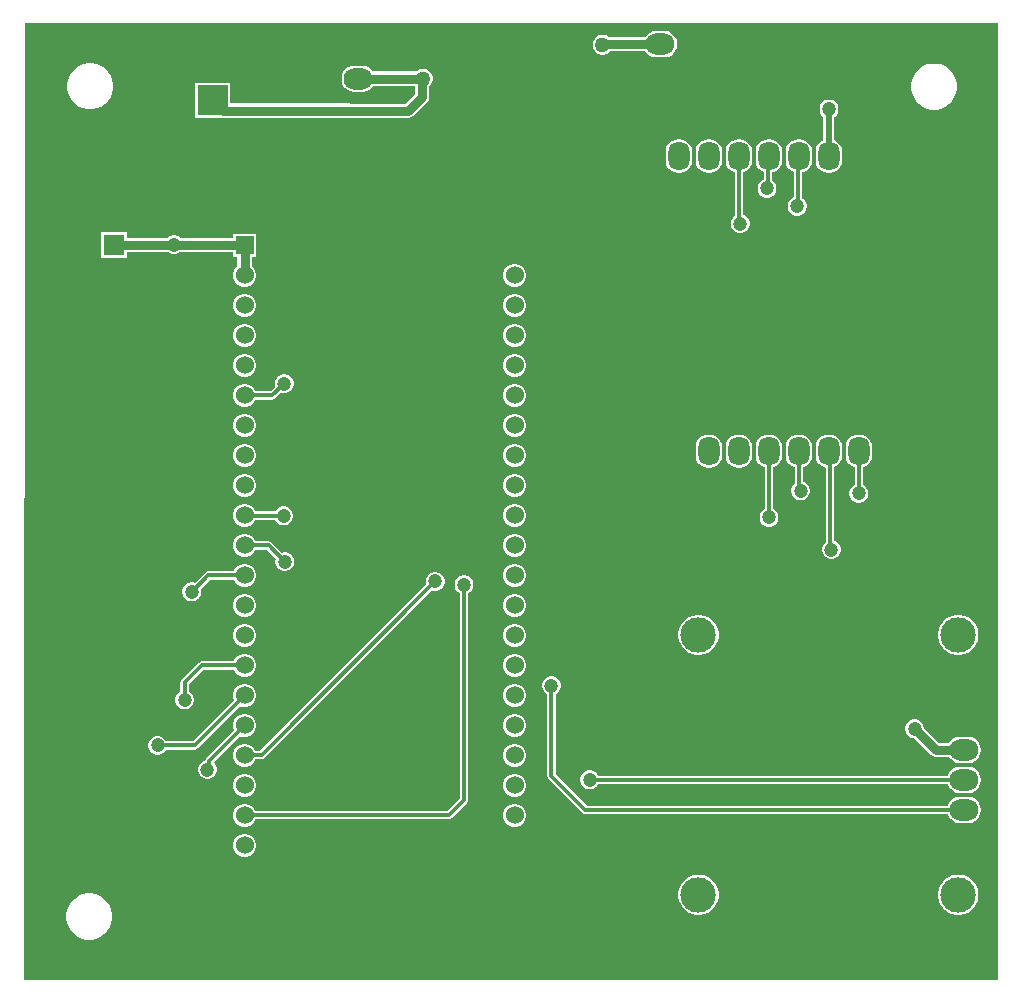
<source format=gbl>
G04*
G04 #@! TF.GenerationSoftware,Altium Limited,Altium Designer,22.3.1 (43)*
G04*
G04 Layer_Physical_Order=2*
G04 Layer_Color=16711680*
%FSLAX43Y43*%
%MOMM*%
G71*
G04*
G04 #@! TF.SameCoordinates,734E60B2-F3FE-465F-A17A-86E0D649303B*
G04*
G04*
G04 #@! TF.FilePolarity,Positive*
G04*
G01*
G75*
%ADD12C,0.800*%
%ADD13C,0.500*%
%ADD14C,0.300*%
G04:AMPARAMS|DCode=15|XSize=1.8mm|YSize=2mm|CornerRadius=0.45mm|HoleSize=0mm|Usage=FLASHONLY|Rotation=180.000|XOffset=0mm|YOffset=0mm|HoleType=Round|Shape=RoundedRectangle|*
%AMROUNDEDRECTD15*
21,1,1.800,1.100,0,0,180.0*
21,1,0.900,2.000,0,0,180.0*
1,1,0.900,-0.450,0.550*
1,1,0.900,0.450,0.550*
1,1,0.900,0.450,-0.550*
1,1,0.900,-0.450,-0.550*
%
%ADD15ROUNDEDRECTD15*%
%ADD16R,1.800X1.800*%
%ADD17C,3.000*%
G04:AMPARAMS|DCode=18|XSize=1.8mm|YSize=2.4mm|CornerRadius=0.81mm|HoleSize=0mm|Usage=FLASHONLY|Rotation=270.000|XOffset=0mm|YOffset=0mm|HoleType=Round|Shape=RoundedRectangle|*
%AMROUNDEDRECTD18*
21,1,1.800,0.780,0,0,270.0*
21,1,0.180,2.400,0,0,270.0*
1,1,1.620,-0.390,-0.090*
1,1,1.620,-0.390,0.090*
1,1,1.620,0.390,0.090*
1,1,1.620,0.390,-0.090*
%
%ADD18ROUNDEDRECTD18*%
%ADD19R,2.000X2.000*%
%ADD20R,2.600X2.600*%
%ADD21O,2.800X2.600*%
%ADD22C,1.530*%
%ADD23R,1.530X1.530*%
G04:AMPARAMS|DCode=24|XSize=1.8mm|YSize=2.4mm|CornerRadius=0.81mm|HoleSize=0mm|Usage=FLASHONLY|Rotation=180.000|XOffset=0mm|YOffset=0mm|HoleType=Round|Shape=RoundedRectangle|*
%AMROUNDEDRECTD24*
21,1,1.800,0.780,0,0,180.0*
21,1,0.180,2.400,0,0,180.0*
1,1,1.620,-0.090,0.390*
1,1,1.620,0.090,0.390*
1,1,1.620,0.090,-0.390*
1,1,1.620,-0.090,-0.390*
%
%ADD24ROUNDEDRECTD24*%
%ADD25R,2.000X2.000*%
%ADD26C,1.270*%
%ADD27C,1.200*%
G36*
X82425Y85D02*
X82400Y75D01*
X115D01*
X25Y165D01*
X50Y81065D01*
X75Y81075D01*
X82425D01*
Y85D01*
D02*
G37*
%LPC*%
G36*
X54265Y80424D02*
X53485D01*
X53221Y80389D01*
X52976Y80287D01*
X52765Y80125D01*
X52612Y79927D01*
X49504D01*
X49488Y79943D01*
X49297Y80053D01*
X49085Y80110D01*
X48865D01*
X48653Y80053D01*
X48462Y79943D01*
X48307Y79788D01*
X48197Y79597D01*
X48140Y79385D01*
Y79165D01*
X48197Y78953D01*
X48307Y78762D01*
X48462Y78607D01*
X48653Y78497D01*
X48865Y78440D01*
X49085D01*
X49297Y78497D01*
X49488Y78607D01*
X49584Y78703D01*
X52612D01*
X52765Y78505D01*
X52976Y78343D01*
X53221Y78241D01*
X53485Y78206D01*
X54265D01*
X54529Y78241D01*
X54774Y78343D01*
X54985Y78505D01*
X55147Y78716D01*
X55249Y78961D01*
X55284Y79225D01*
Y79405D01*
X55249Y79669D01*
X55147Y79914D01*
X54985Y80125D01*
X54774Y80287D01*
X54529Y80389D01*
X54265Y80424D01*
D02*
G37*
G36*
X28690Y77509D02*
X27910D01*
X27646Y77474D01*
X27401Y77372D01*
X27190Y77210D01*
X27028Y76999D01*
X26926Y76754D01*
X26891Y76490D01*
Y76310D01*
X26926Y76046D01*
X27028Y75801D01*
X27190Y75590D01*
X27401Y75428D01*
X27646Y75326D01*
X27910Y75291D01*
X28690D01*
X28954Y75326D01*
X29199Y75428D01*
X29410Y75590D01*
X29563Y75788D01*
X33098D01*
Y75113D01*
X32272Y74287D01*
X27651D01*
X27600Y74297D01*
X17475D01*
Y76050D01*
X14475D01*
Y73050D01*
X17475D01*
Y73073D01*
X27559D01*
X27610Y73063D01*
X32525D01*
X32759Y73110D01*
X32958Y73242D01*
X34143Y74427D01*
X34275Y74626D01*
X34322Y74860D01*
Y75741D01*
X34468Y75887D01*
X34578Y76078D01*
X34635Y76290D01*
Y76510D01*
X34578Y76722D01*
X34468Y76913D01*
X34313Y77068D01*
X34122Y77178D01*
X33910Y77235D01*
X33690D01*
X33478Y77178D01*
X33287Y77068D01*
X33231Y77012D01*
X29563D01*
X29410Y77210D01*
X29199Y77372D01*
X28954Y77474D01*
X28690Y77509D01*
D02*
G37*
G36*
X5792Y77700D02*
X5408D01*
X5031Y77625D01*
X4676Y77478D01*
X4357Y77265D01*
X4085Y76993D01*
X3872Y76674D01*
X3725Y76319D01*
X3650Y75942D01*
Y75558D01*
X3725Y75181D01*
X3872Y74826D01*
X4085Y74507D01*
X4357Y74235D01*
X4676Y74022D01*
X5031Y73875D01*
X5408Y73800D01*
X5792D01*
X6169Y73875D01*
X6524Y74022D01*
X6843Y74235D01*
X7115Y74507D01*
X7328Y74826D01*
X7475Y75181D01*
X7550Y75558D01*
Y75942D01*
X7475Y76319D01*
X7328Y76674D01*
X7115Y76993D01*
X6843Y77265D01*
X6524Y77478D01*
X6169Y77625D01*
X5792Y77700D01*
D02*
G37*
G36*
X77242Y77675D02*
X76858D01*
X76481Y77600D01*
X76126Y77453D01*
X75807Y77240D01*
X75535Y76968D01*
X75322Y76649D01*
X75175Y76294D01*
X75100Y75917D01*
Y75533D01*
X75175Y75156D01*
X75322Y74801D01*
X75535Y74482D01*
X75807Y74210D01*
X76126Y73997D01*
X76481Y73850D01*
X76858Y73775D01*
X77242D01*
X77619Y73850D01*
X77974Y73997D01*
X78293Y74210D01*
X78565Y74482D01*
X78778Y74801D01*
X78925Y75156D01*
X79000Y75533D01*
Y75917D01*
X78925Y76294D01*
X78778Y76649D01*
X78565Y76968D01*
X78293Y77240D01*
X77974Y77453D01*
X77619Y77600D01*
X77242Y77675D01*
D02*
G37*
G36*
X68255Y74625D02*
X68045D01*
X67841Y74570D01*
X67659Y74465D01*
X67510Y74316D01*
X67405Y74134D01*
X67350Y73930D01*
Y73720D01*
X67405Y73516D01*
X67510Y73334D01*
X67659Y73185D01*
X67686Y73169D01*
Y71183D01*
X67541Y71122D01*
X67330Y70960D01*
X67168Y70749D01*
X67066Y70504D01*
X67031Y70240D01*
Y69460D01*
X67066Y69196D01*
X67168Y68951D01*
X67330Y68740D01*
X67541Y68578D01*
X67786Y68476D01*
X68050Y68441D01*
X68230D01*
X68494Y68476D01*
X68739Y68578D01*
X68950Y68740D01*
X69112Y68951D01*
X69214Y69196D01*
X69249Y69460D01*
Y70240D01*
X69214Y70504D01*
X69112Y70749D01*
X68950Y70960D01*
X68739Y71122D01*
X68604Y71178D01*
Y73163D01*
X68641Y73185D01*
X68790Y73334D01*
X68895Y73516D01*
X68950Y73720D01*
Y73930D01*
X68895Y74134D01*
X68790Y74316D01*
X68641Y74465D01*
X68459Y74570D01*
X68255Y74625D01*
D02*
G37*
G36*
X58070Y71259D02*
X57890D01*
X57626Y71224D01*
X57381Y71122D01*
X57170Y70960D01*
X57008Y70749D01*
X56906Y70504D01*
X56871Y70240D01*
Y69460D01*
X56906Y69196D01*
X57008Y68951D01*
X57170Y68740D01*
X57381Y68578D01*
X57626Y68476D01*
X57890Y68441D01*
X58070D01*
X58334Y68476D01*
X58579Y68578D01*
X58790Y68740D01*
X58952Y68951D01*
X59054Y69196D01*
X59089Y69460D01*
Y70240D01*
X59054Y70504D01*
X58952Y70749D01*
X58790Y70960D01*
X58579Y71122D01*
X58334Y71224D01*
X58070Y71259D01*
D02*
G37*
G36*
X55530D02*
X55350D01*
X55086Y71224D01*
X54841Y71122D01*
X54630Y70960D01*
X54468Y70749D01*
X54366Y70504D01*
X54331Y70240D01*
Y69460D01*
X54366Y69196D01*
X54468Y68951D01*
X54630Y68740D01*
X54841Y68578D01*
X55086Y68476D01*
X55350Y68441D01*
X55530D01*
X55794Y68476D01*
X56039Y68578D01*
X56250Y68740D01*
X56412Y68951D01*
X56514Y69196D01*
X56549Y69460D01*
Y70240D01*
X56514Y70504D01*
X56412Y70749D01*
X56250Y70960D01*
X56039Y71122D01*
X55794Y71224D01*
X55530Y71259D01*
D02*
G37*
G36*
X63150D02*
X62970D01*
X62706Y71224D01*
X62461Y71122D01*
X62250Y70960D01*
X62088Y70749D01*
X61986Y70504D01*
X61951Y70240D01*
Y69460D01*
X61986Y69196D01*
X62088Y68951D01*
X62250Y68740D01*
X62461Y68578D01*
X62623Y68510D01*
Y67854D01*
X62591Y67845D01*
X62409Y67740D01*
X62260Y67591D01*
X62155Y67409D01*
X62100Y67205D01*
Y66995D01*
X62155Y66791D01*
X62260Y66609D01*
X62409Y66460D01*
X62591Y66355D01*
X62795Y66300D01*
X63005D01*
X63209Y66355D01*
X63391Y66460D01*
X63540Y66609D01*
X63645Y66791D01*
X63700Y66995D01*
Y67205D01*
X63645Y67409D01*
X63540Y67591D01*
X63391Y67740D01*
X63337Y67772D01*
Y68466D01*
X63414Y68476D01*
X63659Y68578D01*
X63870Y68740D01*
X64032Y68951D01*
X64134Y69196D01*
X64169Y69460D01*
Y70240D01*
X64134Y70504D01*
X64032Y70749D01*
X63870Y70960D01*
X63659Y71122D01*
X63414Y71224D01*
X63150Y71259D01*
D02*
G37*
G36*
X65690D02*
X65510D01*
X65246Y71224D01*
X65001Y71122D01*
X64790Y70960D01*
X64628Y70749D01*
X64526Y70504D01*
X64491Y70240D01*
Y69460D01*
X64526Y69196D01*
X64628Y68951D01*
X64790Y68740D01*
X65001Y68578D01*
X65168Y68508D01*
Y66353D01*
X65141Y66345D01*
X64959Y66240D01*
X64810Y66091D01*
X64705Y65909D01*
X64650Y65705D01*
Y65495D01*
X64705Y65291D01*
X64810Y65109D01*
X64959Y64960D01*
X65141Y64855D01*
X65345Y64800D01*
X65555D01*
X65759Y64855D01*
X65941Y64960D01*
X66090Y65109D01*
X66195Y65291D01*
X66250Y65495D01*
Y65705D01*
X66195Y65909D01*
X66090Y66091D01*
X65941Y66240D01*
X65882Y66274D01*
Y68467D01*
X65954Y68476D01*
X66199Y68578D01*
X66410Y68740D01*
X66572Y68951D01*
X66674Y69196D01*
X66709Y69460D01*
Y70240D01*
X66674Y70504D01*
X66572Y70749D01*
X66410Y70960D01*
X66199Y71122D01*
X65954Y71224D01*
X65690Y71259D01*
D02*
G37*
G36*
X60610D02*
X60430D01*
X60166Y71224D01*
X59921Y71122D01*
X59710Y70960D01*
X59548Y70749D01*
X59446Y70504D01*
X59411Y70240D01*
Y69460D01*
X59446Y69196D01*
X59548Y68951D01*
X59710Y68740D01*
X59921Y68578D01*
X60166Y68476D01*
X60191Y68473D01*
Y64798D01*
X60134Y64765D01*
X59985Y64616D01*
X59880Y64434D01*
X59825Y64230D01*
Y64020D01*
X59880Y63816D01*
X59985Y63634D01*
X60134Y63485D01*
X60316Y63380D01*
X60520Y63325D01*
X60730D01*
X60934Y63380D01*
X61116Y63485D01*
X61265Y63634D01*
X61370Y63816D01*
X61425Y64020D01*
Y64230D01*
X61370Y64434D01*
X61265Y64616D01*
X61116Y64765D01*
X60934Y64870D01*
X60904Y64878D01*
Y68489D01*
X61119Y68578D01*
X61330Y68740D01*
X61492Y68951D01*
X61594Y69196D01*
X61629Y69460D01*
Y70240D01*
X61594Y70504D01*
X61492Y70749D01*
X61330Y70960D01*
X61119Y71122D01*
X60874Y71224D01*
X60610Y71259D01*
D02*
G37*
G36*
X41657Y60695D02*
X41403D01*
X41158Y60629D01*
X40937Y60502D01*
X40758Y60323D01*
X40631Y60102D01*
X40565Y59857D01*
Y59603D01*
X40631Y59358D01*
X40758Y59137D01*
X40937Y58958D01*
X41158Y58831D01*
X41403Y58765D01*
X41657D01*
X41902Y58831D01*
X42123Y58958D01*
X42302Y59137D01*
X42429Y59358D01*
X42495Y59603D01*
Y59857D01*
X42429Y60102D01*
X42302Y60323D01*
X42123Y60502D01*
X41902Y60629D01*
X41657Y60695D01*
D02*
G37*
G36*
X8700Y63400D02*
X6500D01*
Y61200D01*
X8700D01*
Y61688D01*
X12246D01*
X12391Y61605D01*
X12595Y61550D01*
X12805D01*
X13009Y61605D01*
X13154Y61688D01*
X17705D01*
Y61305D01*
X18058D01*
Y60483D01*
X17898Y60323D01*
X17771Y60102D01*
X17705Y59857D01*
Y59603D01*
X17771Y59358D01*
X17898Y59137D01*
X18077Y58958D01*
X18298Y58831D01*
X18543Y58765D01*
X18797D01*
X19042Y58831D01*
X19263Y58958D01*
X19442Y59137D01*
X19569Y59358D01*
X19635Y59603D01*
Y59857D01*
X19569Y60102D01*
X19442Y60323D01*
X19282Y60483D01*
Y61305D01*
X19635D01*
Y63235D01*
X17705D01*
Y62912D01*
X13270D01*
X13191Y62990D01*
X13009Y63095D01*
X12805Y63150D01*
X12595D01*
X12391Y63095D01*
X12209Y62990D01*
X12130Y62912D01*
X8700D01*
Y63400D01*
D02*
G37*
G36*
X41657Y58155D02*
X41403D01*
X41158Y58089D01*
X40937Y57962D01*
X40758Y57783D01*
X40631Y57562D01*
X40565Y57317D01*
Y57063D01*
X40631Y56818D01*
X40758Y56597D01*
X40937Y56418D01*
X41158Y56291D01*
X41403Y56225D01*
X41657D01*
X41902Y56291D01*
X42123Y56418D01*
X42302Y56597D01*
X42429Y56818D01*
X42495Y57063D01*
Y57317D01*
X42429Y57562D01*
X42302Y57783D01*
X42123Y57962D01*
X41902Y58089D01*
X41657Y58155D01*
D02*
G37*
G36*
X18797D02*
X18543D01*
X18298Y58089D01*
X18077Y57962D01*
X17898Y57783D01*
X17771Y57562D01*
X17705Y57317D01*
Y57063D01*
X17771Y56818D01*
X17898Y56597D01*
X18077Y56418D01*
X18298Y56291D01*
X18543Y56225D01*
X18797D01*
X19042Y56291D01*
X19263Y56418D01*
X19442Y56597D01*
X19569Y56818D01*
X19635Y57063D01*
Y57317D01*
X19569Y57562D01*
X19442Y57783D01*
X19263Y57962D01*
X19042Y58089D01*
X18797Y58155D01*
D02*
G37*
G36*
X41657Y55615D02*
X41403D01*
X41158Y55549D01*
X40937Y55422D01*
X40758Y55243D01*
X40631Y55022D01*
X40565Y54777D01*
Y54523D01*
X40631Y54278D01*
X40758Y54057D01*
X40937Y53878D01*
X41158Y53751D01*
X41403Y53685D01*
X41657D01*
X41902Y53751D01*
X42123Y53878D01*
X42302Y54057D01*
X42429Y54278D01*
X42495Y54523D01*
Y54777D01*
X42429Y55022D01*
X42302Y55243D01*
X42123Y55422D01*
X41902Y55549D01*
X41657Y55615D01*
D02*
G37*
G36*
X18797D02*
X18543D01*
X18298Y55549D01*
X18077Y55422D01*
X17898Y55243D01*
X17771Y55022D01*
X17705Y54777D01*
Y54523D01*
X17771Y54278D01*
X17898Y54057D01*
X18077Y53878D01*
X18298Y53751D01*
X18543Y53685D01*
X18797D01*
X19042Y53751D01*
X19263Y53878D01*
X19442Y54057D01*
X19569Y54278D01*
X19635Y54523D01*
Y54777D01*
X19569Y55022D01*
X19442Y55243D01*
X19263Y55422D01*
X19042Y55549D01*
X18797Y55615D01*
D02*
G37*
G36*
X41657Y53075D02*
X41403D01*
X41158Y53009D01*
X40937Y52882D01*
X40758Y52703D01*
X40631Y52482D01*
X40565Y52237D01*
Y51983D01*
X40631Y51738D01*
X40758Y51517D01*
X40937Y51338D01*
X41158Y51211D01*
X41403Y51145D01*
X41657D01*
X41902Y51211D01*
X42123Y51338D01*
X42302Y51517D01*
X42429Y51738D01*
X42495Y51983D01*
Y52237D01*
X42429Y52482D01*
X42302Y52703D01*
X42123Y52882D01*
X41902Y53009D01*
X41657Y53075D01*
D02*
G37*
G36*
X18797D02*
X18543D01*
X18298Y53009D01*
X18077Y52882D01*
X17898Y52703D01*
X17771Y52482D01*
X17705Y52237D01*
Y51983D01*
X17771Y51738D01*
X17898Y51517D01*
X18077Y51338D01*
X18298Y51211D01*
X18543Y51145D01*
X18797D01*
X19042Y51211D01*
X19263Y51338D01*
X19442Y51517D01*
X19569Y51738D01*
X19635Y51983D01*
Y52237D01*
X19569Y52482D01*
X19442Y52703D01*
X19263Y52882D01*
X19042Y53009D01*
X18797Y53075D01*
D02*
G37*
G36*
X22130Y51375D02*
X21920D01*
X21716Y51320D01*
X21534Y51215D01*
X21385Y51066D01*
X21280Y50884D01*
X21225Y50680D01*
Y50470D01*
X21265Y50320D01*
X20872Y49927D01*
X19573D01*
X19569Y49942D01*
X19442Y50163D01*
X19263Y50342D01*
X19042Y50469D01*
X18797Y50535D01*
X18543D01*
X18298Y50469D01*
X18077Y50342D01*
X17898Y50163D01*
X17771Y49942D01*
X17705Y49697D01*
Y49443D01*
X17771Y49198D01*
X17898Y48977D01*
X18077Y48798D01*
X18298Y48671D01*
X18543Y48605D01*
X18797D01*
X19042Y48671D01*
X19263Y48798D01*
X19442Y48977D01*
X19569Y49198D01*
X19573Y49213D01*
X21020D01*
X21157Y49240D01*
X21272Y49318D01*
X21770Y49815D01*
X21920Y49775D01*
X22130D01*
X22334Y49830D01*
X22516Y49935D01*
X22665Y50084D01*
X22770Y50266D01*
X22825Y50470D01*
Y50680D01*
X22770Y50884D01*
X22665Y51066D01*
X22516Y51215D01*
X22334Y51320D01*
X22130Y51375D01*
D02*
G37*
G36*
X41657Y50535D02*
X41403D01*
X41158Y50469D01*
X40937Y50342D01*
X40758Y50163D01*
X40631Y49942D01*
X40565Y49697D01*
Y49443D01*
X40631Y49198D01*
X40758Y48977D01*
X40937Y48798D01*
X41158Y48671D01*
X41403Y48605D01*
X41657D01*
X41902Y48671D01*
X42123Y48798D01*
X42302Y48977D01*
X42429Y49198D01*
X42495Y49443D01*
Y49697D01*
X42429Y49942D01*
X42302Y50163D01*
X42123Y50342D01*
X41902Y50469D01*
X41657Y50535D01*
D02*
G37*
G36*
Y47995D02*
X41403D01*
X41158Y47929D01*
X40937Y47802D01*
X40758Y47623D01*
X40631Y47402D01*
X40565Y47157D01*
Y46903D01*
X40631Y46658D01*
X40758Y46437D01*
X40937Y46258D01*
X41158Y46131D01*
X41403Y46065D01*
X41657D01*
X41902Y46131D01*
X42123Y46258D01*
X42302Y46437D01*
X42429Y46658D01*
X42495Y46903D01*
Y47157D01*
X42429Y47402D01*
X42302Y47623D01*
X42123Y47802D01*
X41902Y47929D01*
X41657Y47995D01*
D02*
G37*
G36*
X18797D02*
X18543D01*
X18298Y47929D01*
X18077Y47802D01*
X17898Y47623D01*
X17771Y47402D01*
X17705Y47157D01*
Y46903D01*
X17771Y46658D01*
X17898Y46437D01*
X18077Y46258D01*
X18298Y46131D01*
X18543Y46065D01*
X18797D01*
X19042Y46131D01*
X19263Y46258D01*
X19442Y46437D01*
X19569Y46658D01*
X19635Y46903D01*
Y47157D01*
X19569Y47402D01*
X19442Y47623D01*
X19263Y47802D01*
X19042Y47929D01*
X18797Y47995D01*
D02*
G37*
G36*
X41657Y45455D02*
X41403D01*
X41158Y45389D01*
X40937Y45262D01*
X40758Y45083D01*
X40631Y44862D01*
X40565Y44617D01*
Y44363D01*
X40631Y44118D01*
X40758Y43897D01*
X40937Y43718D01*
X41158Y43591D01*
X41403Y43525D01*
X41657D01*
X41902Y43591D01*
X42123Y43718D01*
X42302Y43897D01*
X42429Y44118D01*
X42495Y44363D01*
Y44617D01*
X42429Y44862D01*
X42302Y45083D01*
X42123Y45262D01*
X41902Y45389D01*
X41657Y45455D01*
D02*
G37*
G36*
X18797D02*
X18543D01*
X18298Y45389D01*
X18077Y45262D01*
X17898Y45083D01*
X17771Y44862D01*
X17705Y44617D01*
Y44363D01*
X17771Y44118D01*
X17898Y43897D01*
X18077Y43718D01*
X18298Y43591D01*
X18543Y43525D01*
X18797D01*
X19042Y43591D01*
X19263Y43718D01*
X19442Y43897D01*
X19569Y44118D01*
X19635Y44363D01*
Y44617D01*
X19569Y44862D01*
X19442Y45083D01*
X19263Y45262D01*
X19042Y45389D01*
X18797Y45455D01*
D02*
G37*
G36*
X60610Y46259D02*
X60430D01*
X60166Y46224D01*
X59921Y46122D01*
X59710Y45960D01*
X59548Y45749D01*
X59446Y45504D01*
X59411Y45240D01*
Y44460D01*
X59446Y44196D01*
X59548Y43951D01*
X59710Y43740D01*
X59921Y43578D01*
X60166Y43476D01*
X60430Y43441D01*
X60610D01*
X60874Y43476D01*
X61119Y43578D01*
X61330Y43740D01*
X61492Y43951D01*
X61594Y44196D01*
X61629Y44460D01*
Y45240D01*
X61594Y45504D01*
X61492Y45749D01*
X61330Y45960D01*
X61119Y46122D01*
X60874Y46224D01*
X60610Y46259D01*
D02*
G37*
G36*
X58070D02*
X57890D01*
X57626Y46224D01*
X57381Y46122D01*
X57170Y45960D01*
X57008Y45749D01*
X56906Y45504D01*
X56871Y45240D01*
Y44460D01*
X56906Y44196D01*
X57008Y43951D01*
X57170Y43740D01*
X57381Y43578D01*
X57626Y43476D01*
X57890Y43441D01*
X58070D01*
X58334Y43476D01*
X58579Y43578D01*
X58790Y43740D01*
X58952Y43951D01*
X59054Y44196D01*
X59089Y44460D01*
Y45240D01*
X59054Y45504D01*
X58952Y45749D01*
X58790Y45960D01*
X58579Y46122D01*
X58334Y46224D01*
X58070Y46259D01*
D02*
G37*
G36*
X41657Y42915D02*
X41403D01*
X41158Y42849D01*
X40937Y42722D01*
X40758Y42543D01*
X40631Y42322D01*
X40565Y42077D01*
Y41823D01*
X40631Y41578D01*
X40758Y41357D01*
X40937Y41178D01*
X41158Y41051D01*
X41403Y40985D01*
X41657D01*
X41902Y41051D01*
X42123Y41178D01*
X42302Y41357D01*
X42429Y41578D01*
X42495Y41823D01*
Y42077D01*
X42429Y42322D01*
X42302Y42543D01*
X42123Y42722D01*
X41902Y42849D01*
X41657Y42915D01*
D02*
G37*
G36*
X18797D02*
X18543D01*
X18298Y42849D01*
X18077Y42722D01*
X17898Y42543D01*
X17771Y42322D01*
X17705Y42077D01*
Y41823D01*
X17771Y41578D01*
X17898Y41357D01*
X18077Y41178D01*
X18298Y41051D01*
X18543Y40985D01*
X18797D01*
X19042Y41051D01*
X19263Y41178D01*
X19442Y41357D01*
X19569Y41578D01*
X19635Y41823D01*
Y42077D01*
X19569Y42322D01*
X19442Y42543D01*
X19263Y42722D01*
X19042Y42849D01*
X18797Y42915D01*
D02*
G37*
G36*
X65690Y46259D02*
X65510D01*
X65246Y46224D01*
X65001Y46122D01*
X64790Y45960D01*
X64628Y45749D01*
X64526Y45504D01*
X64491Y45240D01*
Y44460D01*
X64526Y44196D01*
X64628Y43951D01*
X64790Y43740D01*
X65001Y43578D01*
X65246Y43476D01*
X65268Y43473D01*
Y42146D01*
X65259Y42140D01*
X65110Y41991D01*
X65005Y41809D01*
X64950Y41605D01*
Y41395D01*
X65005Y41191D01*
X65110Y41009D01*
X65259Y40860D01*
X65441Y40755D01*
X65645Y40700D01*
X65855D01*
X66059Y40755D01*
X66241Y40860D01*
X66390Y41009D01*
X66495Y41191D01*
X66550Y41395D01*
Y41605D01*
X66495Y41809D01*
X66390Y41991D01*
X66241Y42140D01*
X66059Y42245D01*
X65982Y42266D01*
Y43488D01*
X66199Y43578D01*
X66410Y43740D01*
X66572Y43951D01*
X66674Y44196D01*
X66709Y44460D01*
Y45240D01*
X66674Y45504D01*
X66572Y45749D01*
X66410Y45960D01*
X66199Y46122D01*
X65954Y46224D01*
X65690Y46259D01*
D02*
G37*
G36*
X70770D02*
X70590D01*
X70326Y46224D01*
X70081Y46122D01*
X69870Y45960D01*
X69708Y45749D01*
X69606Y45504D01*
X69571Y45240D01*
Y44460D01*
X69606Y44196D01*
X69708Y43951D01*
X69870Y43740D01*
X70081Y43578D01*
X70323Y43477D01*
Y41993D01*
X70189Y41915D01*
X70040Y41766D01*
X69935Y41584D01*
X69880Y41380D01*
Y41170D01*
X69935Y40966D01*
X70040Y40784D01*
X70189Y40635D01*
X70371Y40530D01*
X70575Y40475D01*
X70785D01*
X70989Y40530D01*
X71171Y40635D01*
X71320Y40784D01*
X71425Y40966D01*
X71480Y41170D01*
Y41380D01*
X71425Y41584D01*
X71320Y41766D01*
X71171Y41915D01*
X71037Y41993D01*
Y43477D01*
X71279Y43578D01*
X71490Y43740D01*
X71652Y43951D01*
X71754Y44196D01*
X71789Y44460D01*
Y45240D01*
X71754Y45504D01*
X71652Y45749D01*
X71490Y45960D01*
X71279Y46122D01*
X71034Y46224D01*
X70770Y46259D01*
D02*
G37*
G36*
X18797Y40375D02*
X18543D01*
X18298Y40309D01*
X18077Y40182D01*
X17898Y40003D01*
X17771Y39782D01*
X17705Y39537D01*
Y39283D01*
X17771Y39038D01*
X17898Y38817D01*
X18077Y38638D01*
X18298Y38511D01*
X18543Y38445D01*
X18797D01*
X19042Y38511D01*
X19263Y38638D01*
X19442Y38817D01*
X19568Y39036D01*
X21247D01*
X21335Y38884D01*
X21484Y38735D01*
X21666Y38630D01*
X21870Y38575D01*
X22080D01*
X22284Y38630D01*
X22466Y38735D01*
X22615Y38884D01*
X22720Y39066D01*
X22775Y39270D01*
Y39480D01*
X22720Y39684D01*
X22615Y39866D01*
X22466Y40015D01*
X22284Y40120D01*
X22080Y40175D01*
X21870D01*
X21666Y40120D01*
X21484Y40015D01*
X21335Y39866D01*
X21267Y39749D01*
X19578D01*
X19569Y39782D01*
X19442Y40003D01*
X19263Y40182D01*
X19042Y40309D01*
X18797Y40375D01*
D02*
G37*
G36*
X63150Y46259D02*
X62970D01*
X62706Y46224D01*
X62461Y46122D01*
X62250Y45960D01*
X62088Y45749D01*
X61986Y45504D01*
X61951Y45240D01*
Y44460D01*
X61986Y44196D01*
X62088Y43951D01*
X62250Y43740D01*
X62461Y43578D01*
X62706Y43476D01*
X62711Y43475D01*
Y39963D01*
X62584Y39890D01*
X62435Y39741D01*
X62330Y39559D01*
X62275Y39355D01*
Y39145D01*
X62330Y38941D01*
X62435Y38759D01*
X62584Y38610D01*
X62766Y38505D01*
X62970Y38450D01*
X63180D01*
X63384Y38505D01*
X63566Y38610D01*
X63715Y38759D01*
X63820Y38941D01*
X63875Y39145D01*
Y39355D01*
X63820Y39559D01*
X63715Y39741D01*
X63566Y39890D01*
X63424Y39972D01*
Y43480D01*
X63659Y43578D01*
X63870Y43740D01*
X64032Y43951D01*
X64134Y44196D01*
X64169Y44460D01*
Y45240D01*
X64134Y45504D01*
X64032Y45749D01*
X63870Y45960D01*
X63659Y46122D01*
X63414Y46224D01*
X63150Y46259D01*
D02*
G37*
G36*
X41657Y40375D02*
X41403D01*
X41158Y40309D01*
X40937Y40182D01*
X40758Y40003D01*
X40631Y39782D01*
X40565Y39537D01*
Y39283D01*
X40631Y39038D01*
X40758Y38817D01*
X40937Y38638D01*
X41158Y38511D01*
X41403Y38445D01*
X41657D01*
X41902Y38511D01*
X42123Y38638D01*
X42302Y38817D01*
X42429Y39038D01*
X42495Y39283D01*
Y39537D01*
X42429Y39782D01*
X42302Y40003D01*
X42123Y40182D01*
X41902Y40309D01*
X41657Y40375D01*
D02*
G37*
G36*
Y37835D02*
X41403D01*
X41158Y37769D01*
X40937Y37642D01*
X40758Y37463D01*
X40631Y37242D01*
X40565Y36997D01*
Y36743D01*
X40631Y36498D01*
X40758Y36277D01*
X40937Y36098D01*
X41158Y35971D01*
X41403Y35905D01*
X41657D01*
X41902Y35971D01*
X42123Y36098D01*
X42302Y36277D01*
X42429Y36498D01*
X42495Y36743D01*
Y36997D01*
X42429Y37242D01*
X42302Y37463D01*
X42123Y37642D01*
X41902Y37769D01*
X41657Y37835D01*
D02*
G37*
G36*
X68230Y46259D02*
X68050D01*
X67786Y46224D01*
X67541Y46122D01*
X67330Y45960D01*
X67168Y45749D01*
X67066Y45504D01*
X67031Y45240D01*
Y44460D01*
X67066Y44196D01*
X67168Y43951D01*
X67330Y43740D01*
X67541Y43578D01*
X67786Y43476D01*
X67888Y43463D01*
Y37182D01*
X67859Y37165D01*
X67710Y37016D01*
X67605Y36834D01*
X67550Y36630D01*
Y36420D01*
X67605Y36216D01*
X67710Y36034D01*
X67859Y35885D01*
X68041Y35780D01*
X68245Y35725D01*
X68455D01*
X68659Y35780D01*
X68841Y35885D01*
X68990Y36034D01*
X69095Y36216D01*
X69150Y36420D01*
Y36630D01*
X69095Y36834D01*
X68990Y37016D01*
X68841Y37165D01*
X68659Y37270D01*
X68602Y37286D01*
Y43521D01*
X68739Y43578D01*
X68950Y43740D01*
X69112Y43951D01*
X69214Y44196D01*
X69249Y44460D01*
Y45240D01*
X69214Y45504D01*
X69112Y45749D01*
X68950Y45960D01*
X68739Y46122D01*
X68494Y46224D01*
X68230Y46259D01*
D02*
G37*
G36*
X18797Y37835D02*
X18543D01*
X18298Y37769D01*
X18077Y37642D01*
X17898Y37463D01*
X17771Y37242D01*
X17705Y36997D01*
Y36743D01*
X17771Y36498D01*
X17898Y36277D01*
X18077Y36098D01*
X18298Y35971D01*
X18543Y35905D01*
X18797D01*
X19042Y35971D01*
X19263Y36098D01*
X19442Y36277D01*
X19569Y36498D01*
X19573Y36513D01*
X20557D01*
X21315Y35755D01*
X21275Y35605D01*
Y35395D01*
X21330Y35191D01*
X21435Y35009D01*
X21584Y34860D01*
X21766Y34755D01*
X21970Y34700D01*
X22180D01*
X22384Y34755D01*
X22566Y34860D01*
X22715Y35009D01*
X22820Y35191D01*
X22875Y35395D01*
Y35605D01*
X22820Y35809D01*
X22715Y35991D01*
X22566Y36140D01*
X22384Y36245D01*
X22180Y36300D01*
X21970D01*
X21820Y36260D01*
X20957Y37122D01*
X20842Y37200D01*
X20705Y37227D01*
X19573D01*
X19569Y37242D01*
X19442Y37463D01*
X19263Y37642D01*
X19042Y37769D01*
X18797Y37835D01*
D02*
G37*
G36*
X41657Y35295D02*
X41403D01*
X41158Y35229D01*
X40937Y35102D01*
X40758Y34923D01*
X40631Y34702D01*
X40565Y34457D01*
Y34203D01*
X40631Y33958D01*
X40758Y33737D01*
X40937Y33558D01*
X41158Y33431D01*
X41403Y33365D01*
X41657D01*
X41902Y33431D01*
X42123Y33558D01*
X42302Y33737D01*
X42429Y33958D01*
X42495Y34203D01*
Y34457D01*
X42429Y34702D01*
X42302Y34923D01*
X42123Y35102D01*
X41902Y35229D01*
X41657Y35295D01*
D02*
G37*
G36*
X18797D02*
X18543D01*
X18298Y35229D01*
X18077Y35102D01*
X17898Y34923D01*
X17771Y34702D01*
X17767Y34687D01*
X15580D01*
X15443Y34660D01*
X15328Y34582D01*
X14455Y33710D01*
X14305Y33750D01*
X14095D01*
X13891Y33695D01*
X13709Y33590D01*
X13560Y33441D01*
X13455Y33259D01*
X13400Y33055D01*
Y32845D01*
X13455Y32641D01*
X13560Y32459D01*
X13709Y32310D01*
X13891Y32205D01*
X14095Y32150D01*
X14305D01*
X14509Y32205D01*
X14691Y32310D01*
X14840Y32459D01*
X14945Y32641D01*
X15000Y32845D01*
Y33055D01*
X14960Y33205D01*
X15728Y33973D01*
X17767D01*
X17771Y33958D01*
X17898Y33737D01*
X18077Y33558D01*
X18298Y33431D01*
X18543Y33365D01*
X18797D01*
X19042Y33431D01*
X19263Y33558D01*
X19442Y33737D01*
X19569Y33958D01*
X19635Y34203D01*
Y34457D01*
X19569Y34702D01*
X19442Y34923D01*
X19263Y35102D01*
X19042Y35229D01*
X18797Y35295D01*
D02*
G37*
G36*
X34905Y34625D02*
X34695D01*
X34491Y34570D01*
X34309Y34465D01*
X34160Y34316D01*
X34055Y34134D01*
X34000Y33930D01*
Y33720D01*
X34040Y33570D01*
X19981Y19510D01*
X19542D01*
X19442Y19683D01*
X19263Y19862D01*
X19042Y19989D01*
X18797Y20055D01*
X18543D01*
X18298Y19989D01*
X18077Y19862D01*
X17898Y19683D01*
X17771Y19462D01*
X17705Y19217D01*
Y18963D01*
X17771Y18718D01*
X17898Y18497D01*
X18077Y18318D01*
X18298Y18191D01*
X18543Y18125D01*
X18797D01*
X19042Y18191D01*
X19263Y18318D01*
X19442Y18497D01*
X19569Y18718D01*
X19590Y18797D01*
X20129D01*
X20265Y18824D01*
X20381Y18901D01*
X34545Y33065D01*
X34695Y33025D01*
X34905D01*
X35109Y33080D01*
X35291Y33185D01*
X35440Y33334D01*
X35545Y33516D01*
X35600Y33720D01*
Y33930D01*
X35545Y34134D01*
X35440Y34316D01*
X35291Y34465D01*
X35109Y34570D01*
X34905Y34625D01*
D02*
G37*
G36*
X41657Y32755D02*
X41403D01*
X41158Y32689D01*
X40937Y32562D01*
X40758Y32383D01*
X40631Y32162D01*
X40565Y31917D01*
Y31663D01*
X40631Y31418D01*
X40758Y31197D01*
X40937Y31018D01*
X41158Y30891D01*
X41403Y30825D01*
X41657D01*
X41902Y30891D01*
X42123Y31018D01*
X42302Y31197D01*
X42429Y31418D01*
X42495Y31663D01*
Y31917D01*
X42429Y32162D01*
X42302Y32383D01*
X42123Y32562D01*
X41902Y32689D01*
X41657Y32755D01*
D02*
G37*
G36*
X18797D02*
X18543D01*
X18298Y32689D01*
X18077Y32562D01*
X17898Y32383D01*
X17771Y32162D01*
X17705Y31917D01*
Y31663D01*
X17771Y31418D01*
X17898Y31197D01*
X18077Y31018D01*
X18298Y30891D01*
X18543Y30825D01*
X18797D01*
X19042Y30891D01*
X19263Y31018D01*
X19442Y31197D01*
X19569Y31418D01*
X19635Y31663D01*
Y31917D01*
X19569Y32162D01*
X19442Y32383D01*
X19263Y32562D01*
X19042Y32689D01*
X18797Y32755D01*
D02*
G37*
G36*
X41657Y30215D02*
X41403D01*
X41158Y30149D01*
X40937Y30022D01*
X40758Y29843D01*
X40631Y29622D01*
X40565Y29377D01*
Y29123D01*
X40631Y28878D01*
X40758Y28657D01*
X40937Y28478D01*
X41158Y28351D01*
X41403Y28285D01*
X41657D01*
X41902Y28351D01*
X42123Y28478D01*
X42302Y28657D01*
X42429Y28878D01*
X42495Y29123D01*
Y29377D01*
X42429Y29622D01*
X42302Y29843D01*
X42123Y30022D01*
X41902Y30149D01*
X41657Y30215D01*
D02*
G37*
G36*
X18797D02*
X18543D01*
X18298Y30149D01*
X18077Y30022D01*
X17898Y29843D01*
X17771Y29622D01*
X17705Y29377D01*
Y29123D01*
X17771Y28878D01*
X17898Y28657D01*
X18077Y28478D01*
X18298Y28351D01*
X18543Y28285D01*
X18797D01*
X19042Y28351D01*
X19263Y28478D01*
X19442Y28657D01*
X19569Y28878D01*
X19635Y29123D01*
Y29377D01*
X19569Y29622D01*
X19442Y29843D01*
X19263Y30022D01*
X19042Y30149D01*
X18797Y30215D01*
D02*
G37*
G36*
X79267Y31000D02*
X78933D01*
X78604Y30935D01*
X78295Y30807D01*
X78016Y30620D01*
X77780Y30384D01*
X77593Y30105D01*
X77465Y29796D01*
X77400Y29467D01*
Y29133D01*
X77465Y28804D01*
X77593Y28495D01*
X77780Y28216D01*
X78016Y27980D01*
X78295Y27793D01*
X78604Y27665D01*
X78933Y27600D01*
X79267D01*
X79596Y27665D01*
X79905Y27793D01*
X80184Y27980D01*
X80420Y28216D01*
X80607Y28495D01*
X80735Y28804D01*
X80800Y29133D01*
Y29467D01*
X80735Y29796D01*
X80607Y30105D01*
X80420Y30384D01*
X80184Y30620D01*
X79905Y30807D01*
X79596Y30935D01*
X79267Y31000D01*
D02*
G37*
G36*
X57267D02*
X56933D01*
X56604Y30935D01*
X56295Y30807D01*
X56016Y30620D01*
X55780Y30384D01*
X55593Y30105D01*
X55465Y29796D01*
X55400Y29467D01*
Y29133D01*
X55465Y28804D01*
X55593Y28495D01*
X55780Y28216D01*
X56016Y27980D01*
X56295Y27793D01*
X56604Y27665D01*
X56933Y27600D01*
X57267D01*
X57596Y27665D01*
X57905Y27793D01*
X58184Y27980D01*
X58420Y28216D01*
X58607Y28495D01*
X58735Y28804D01*
X58800Y29133D01*
Y29467D01*
X58735Y29796D01*
X58607Y30105D01*
X58420Y30384D01*
X58184Y30620D01*
X57905Y30807D01*
X57596Y30935D01*
X57267Y31000D01*
D02*
G37*
G36*
X41657Y27675D02*
X41403D01*
X41158Y27609D01*
X40937Y27482D01*
X40758Y27303D01*
X40631Y27082D01*
X40565Y26837D01*
Y26583D01*
X40631Y26338D01*
X40758Y26117D01*
X40937Y25938D01*
X41158Y25811D01*
X41403Y25745D01*
X41657D01*
X41902Y25811D01*
X42123Y25938D01*
X42302Y26117D01*
X42429Y26338D01*
X42495Y26583D01*
Y26837D01*
X42429Y27082D01*
X42302Y27303D01*
X42123Y27482D01*
X41902Y27609D01*
X41657Y27675D01*
D02*
G37*
G36*
X18797D02*
X18543D01*
X18298Y27609D01*
X18077Y27482D01*
X17898Y27303D01*
X17771Y27082D01*
X17767Y27067D01*
X15035D01*
X14898Y27040D01*
X14783Y26962D01*
X13348Y25527D01*
X13270Y25412D01*
X13243Y25275D01*
Y24518D01*
X13109Y24440D01*
X12960Y24291D01*
X12855Y24109D01*
X12800Y23905D01*
Y23695D01*
X12855Y23491D01*
X12960Y23309D01*
X13109Y23160D01*
X13291Y23055D01*
X13495Y23000D01*
X13705D01*
X13909Y23055D01*
X14091Y23160D01*
X14240Y23309D01*
X14345Y23491D01*
X14400Y23695D01*
Y23905D01*
X14345Y24109D01*
X14240Y24291D01*
X14091Y24440D01*
X13957Y24518D01*
Y25127D01*
X15183Y26353D01*
X17767D01*
X17771Y26338D01*
X17898Y26117D01*
X18077Y25938D01*
X18298Y25811D01*
X18543Y25745D01*
X18797D01*
X19042Y25811D01*
X19263Y25938D01*
X19442Y26117D01*
X19569Y26338D01*
X19635Y26583D01*
Y26837D01*
X19569Y27082D01*
X19442Y27303D01*
X19263Y27482D01*
X19042Y27609D01*
X18797Y27675D01*
D02*
G37*
G36*
X41657Y25135D02*
X41403D01*
X41158Y25069D01*
X40937Y24942D01*
X40758Y24763D01*
X40631Y24542D01*
X40565Y24297D01*
Y24043D01*
X40631Y23798D01*
X40758Y23577D01*
X40937Y23398D01*
X41158Y23271D01*
X41403Y23205D01*
X41657D01*
X41902Y23271D01*
X42123Y23398D01*
X42302Y23577D01*
X42429Y23798D01*
X42495Y24043D01*
Y24297D01*
X42429Y24542D01*
X42302Y24763D01*
X42123Y24942D01*
X41902Y25069D01*
X41657Y25135D01*
D02*
G37*
G36*
X18797D02*
X18543D01*
X18298Y25069D01*
X18077Y24942D01*
X17898Y24763D01*
X17771Y24542D01*
X17705Y24297D01*
Y24043D01*
X17771Y23798D01*
X17779Y23784D01*
X14302Y20307D01*
X12018D01*
X11940Y20441D01*
X11791Y20590D01*
X11609Y20695D01*
X11405Y20750D01*
X11195D01*
X10991Y20695D01*
X10809Y20590D01*
X10660Y20441D01*
X10555Y20259D01*
X10500Y20055D01*
Y19845D01*
X10555Y19641D01*
X10660Y19459D01*
X10809Y19310D01*
X10991Y19205D01*
X11195Y19150D01*
X11405D01*
X11609Y19205D01*
X11791Y19310D01*
X11940Y19459D01*
X12018Y19593D01*
X14450D01*
X14587Y19620D01*
X14702Y19698D01*
X18284Y23279D01*
X18298Y23271D01*
X18543Y23205D01*
X18797D01*
X19042Y23271D01*
X19263Y23398D01*
X19442Y23577D01*
X19569Y23798D01*
X19635Y24043D01*
Y24297D01*
X19569Y24542D01*
X19442Y24763D01*
X19263Y24942D01*
X19042Y25069D01*
X18797Y25135D01*
D02*
G37*
G36*
X41657Y22595D02*
X41403D01*
X41158Y22529D01*
X40937Y22402D01*
X40758Y22223D01*
X40631Y22002D01*
X40565Y21757D01*
Y21503D01*
X40631Y21258D01*
X40758Y21037D01*
X40937Y20858D01*
X41158Y20731D01*
X41403Y20665D01*
X41657D01*
X41902Y20731D01*
X42123Y20858D01*
X42302Y21037D01*
X42429Y21258D01*
X42495Y21503D01*
Y21757D01*
X42429Y22002D01*
X42302Y22223D01*
X42123Y22402D01*
X41902Y22529D01*
X41657Y22595D01*
D02*
G37*
G36*
X18797D02*
X18543D01*
X18298Y22529D01*
X18077Y22402D01*
X17898Y22223D01*
X17771Y22002D01*
X17705Y21757D01*
Y21503D01*
X17771Y21258D01*
X17779Y21244D01*
X15445Y18910D01*
X15368Y18794D01*
X15345Y18680D01*
X15216Y18645D01*
X15034Y18540D01*
X14885Y18391D01*
X14780Y18209D01*
X14725Y18005D01*
Y17795D01*
X14780Y17591D01*
X14885Y17409D01*
X15034Y17260D01*
X15216Y17155D01*
X15420Y17100D01*
X15630D01*
X15834Y17155D01*
X16016Y17260D01*
X16165Y17409D01*
X16270Y17591D01*
X16325Y17795D01*
Y18005D01*
X16270Y18209D01*
X16165Y18391D01*
X16054Y18502D01*
Y18509D01*
X18284Y20739D01*
X18298Y20731D01*
X18543Y20665D01*
X18797D01*
X19042Y20731D01*
X19263Y20858D01*
X19442Y21037D01*
X19569Y21258D01*
X19635Y21503D01*
Y21757D01*
X19569Y22002D01*
X19442Y22223D01*
X19263Y22402D01*
X19042Y22529D01*
X18797Y22595D01*
D02*
G37*
G36*
X75505Y22150D02*
X75295D01*
X75091Y22095D01*
X74909Y21990D01*
X74760Y21841D01*
X74655Y21659D01*
X74600Y21455D01*
Y21245D01*
X74655Y21041D01*
X74760Y20859D01*
X74909Y20710D01*
X75091Y20605D01*
X75295Y20550D01*
X75335D01*
X76747Y19137D01*
X76946Y19005D01*
X77180Y18958D01*
X78337D01*
X78490Y18760D01*
X78701Y18598D01*
X78946Y18496D01*
X79210Y18461D01*
X79990D01*
X80254Y18496D01*
X80499Y18598D01*
X80710Y18760D01*
X80872Y18971D01*
X80974Y19216D01*
X81009Y19480D01*
Y19660D01*
X80974Y19924D01*
X80872Y20169D01*
X80710Y20380D01*
X80499Y20542D01*
X80254Y20644D01*
X79990Y20679D01*
X79210D01*
X78946Y20644D01*
X78701Y20542D01*
X78490Y20380D01*
X78337Y20182D01*
X77433D01*
X76200Y21415D01*
Y21455D01*
X76145Y21659D01*
X76040Y21841D01*
X75891Y21990D01*
X75709Y22095D01*
X75505Y22150D01*
D02*
G37*
G36*
X41657Y20055D02*
X41403D01*
X41158Y19989D01*
X40937Y19862D01*
X40758Y19683D01*
X40631Y19462D01*
X40565Y19217D01*
Y18963D01*
X40631Y18718D01*
X40758Y18497D01*
X40937Y18318D01*
X41158Y18191D01*
X41403Y18125D01*
X41657D01*
X41902Y18191D01*
X42123Y18318D01*
X42302Y18497D01*
X42429Y18718D01*
X42495Y18963D01*
Y19217D01*
X42429Y19462D01*
X42302Y19683D01*
X42123Y19862D01*
X41902Y19989D01*
X41657Y20055D01*
D02*
G37*
G36*
X79990Y18139D02*
X79210D01*
X78946Y18104D01*
X78701Y18002D01*
X78490Y17840D01*
X78328Y17629D01*
X78227Y17387D01*
X48613D01*
X48535Y17521D01*
X48386Y17670D01*
X48204Y17775D01*
X48000Y17830D01*
X47790D01*
X47586Y17775D01*
X47404Y17670D01*
X47255Y17521D01*
X47150Y17339D01*
X47095Y17135D01*
Y16925D01*
X47150Y16721D01*
X47255Y16539D01*
X47404Y16390D01*
X47586Y16285D01*
X47790Y16230D01*
X48000D01*
X48204Y16285D01*
X48386Y16390D01*
X48535Y16539D01*
X48613Y16673D01*
X78227D01*
X78328Y16431D01*
X78490Y16220D01*
X78701Y16058D01*
X78946Y15956D01*
X79210Y15921D01*
X79990D01*
X80254Y15956D01*
X80499Y16058D01*
X80710Y16220D01*
X80872Y16431D01*
X80974Y16676D01*
X81009Y16940D01*
Y17120D01*
X80974Y17384D01*
X80872Y17629D01*
X80710Y17840D01*
X80499Y18002D01*
X80254Y18104D01*
X79990Y18139D01*
D02*
G37*
G36*
X41657Y17515D02*
X41403D01*
X41158Y17449D01*
X40937Y17322D01*
X40758Y17143D01*
X40631Y16922D01*
X40565Y16677D01*
Y16423D01*
X40631Y16178D01*
X40758Y15957D01*
X40937Y15778D01*
X41158Y15651D01*
X41403Y15585D01*
X41657D01*
X41902Y15651D01*
X42123Y15778D01*
X42302Y15957D01*
X42429Y16178D01*
X42495Y16423D01*
Y16677D01*
X42429Y16922D01*
X42302Y17143D01*
X42123Y17322D01*
X41902Y17449D01*
X41657Y17515D01*
D02*
G37*
G36*
X18797D02*
X18543D01*
X18298Y17449D01*
X18077Y17322D01*
X17898Y17143D01*
X17771Y16922D01*
X17705Y16677D01*
Y16423D01*
X17771Y16178D01*
X17898Y15957D01*
X18077Y15778D01*
X18298Y15651D01*
X18543Y15585D01*
X18797D01*
X19042Y15651D01*
X19263Y15778D01*
X19442Y15957D01*
X19569Y16178D01*
X19635Y16423D01*
Y16677D01*
X19569Y16922D01*
X19442Y17143D01*
X19263Y17322D01*
X19042Y17449D01*
X18797Y17515D01*
D02*
G37*
G36*
X37355Y34350D02*
X37145D01*
X36941Y34295D01*
X36759Y34190D01*
X36610Y34041D01*
X36505Y33859D01*
X36450Y33655D01*
Y33445D01*
X36505Y33241D01*
X36610Y33059D01*
X36759Y32910D01*
X36893Y32832D01*
Y15498D01*
X35820Y14424D01*
X19545D01*
X19442Y14603D01*
X19263Y14782D01*
X19042Y14909D01*
X18797Y14975D01*
X18543D01*
X18298Y14909D01*
X18077Y14782D01*
X17898Y14603D01*
X17771Y14382D01*
X17705Y14137D01*
Y13883D01*
X17771Y13638D01*
X17898Y13417D01*
X18077Y13238D01*
X18298Y13111D01*
X18543Y13045D01*
X18797D01*
X19042Y13111D01*
X19263Y13238D01*
X19442Y13417D01*
X19569Y13638D01*
X19589Y13711D01*
X35967D01*
X36104Y13738D01*
X36220Y13815D01*
X37502Y15098D01*
X37580Y15213D01*
X37607Y15350D01*
Y32832D01*
X37741Y32910D01*
X37890Y33059D01*
X37995Y33241D01*
X38050Y33445D01*
Y33655D01*
X37995Y33859D01*
X37890Y34041D01*
X37741Y34190D01*
X37559Y34295D01*
X37355Y34350D01*
D02*
G37*
G36*
X44755Y25800D02*
X44545D01*
X44341Y25745D01*
X44159Y25640D01*
X44010Y25491D01*
X43905Y25309D01*
X43850Y25105D01*
Y24895D01*
X43905Y24691D01*
X44010Y24509D01*
X44159Y24360D01*
X44293Y24282D01*
Y17375D01*
X44320Y17238D01*
X44398Y17123D01*
X47283Y14238D01*
X47398Y14160D01*
X47535Y14133D01*
X78227D01*
X78328Y13891D01*
X78490Y13680D01*
X78701Y13518D01*
X78946Y13416D01*
X79210Y13381D01*
X79990D01*
X80254Y13416D01*
X80499Y13518D01*
X80710Y13680D01*
X80872Y13891D01*
X80974Y14136D01*
X81009Y14400D01*
Y14580D01*
X80974Y14844D01*
X80872Y15089D01*
X80710Y15300D01*
X80499Y15462D01*
X80254Y15564D01*
X79990Y15599D01*
X79210D01*
X78946Y15564D01*
X78701Y15462D01*
X78490Y15300D01*
X78328Y15089D01*
X78227Y14847D01*
X47683D01*
X45007Y17523D01*
Y24282D01*
X45141Y24360D01*
X45290Y24509D01*
X45395Y24691D01*
X45450Y24895D01*
Y25105D01*
X45395Y25309D01*
X45290Y25491D01*
X45141Y25640D01*
X44959Y25745D01*
X44755Y25800D01*
D02*
G37*
G36*
X41657Y14975D02*
X41403D01*
X41158Y14909D01*
X40937Y14782D01*
X40758Y14603D01*
X40631Y14382D01*
X40565Y14137D01*
Y13883D01*
X40631Y13638D01*
X40758Y13417D01*
X40937Y13238D01*
X41158Y13111D01*
X41403Y13045D01*
X41657D01*
X41902Y13111D01*
X42123Y13238D01*
X42302Y13417D01*
X42429Y13638D01*
X42495Y13883D01*
Y14137D01*
X42429Y14382D01*
X42302Y14603D01*
X42123Y14782D01*
X41902Y14909D01*
X41657Y14975D01*
D02*
G37*
G36*
X18797Y12435D02*
X18543D01*
X18298Y12369D01*
X18077Y12242D01*
X17898Y12063D01*
X17771Y11842D01*
X17705Y11597D01*
Y11343D01*
X17771Y11098D01*
X17898Y10877D01*
X18077Y10698D01*
X18298Y10571D01*
X18543Y10505D01*
X18797D01*
X19042Y10571D01*
X19263Y10698D01*
X19442Y10877D01*
X19569Y11098D01*
X19635Y11343D01*
Y11597D01*
X19569Y11842D01*
X19442Y12063D01*
X19263Y12242D01*
X19042Y12369D01*
X18797Y12435D01*
D02*
G37*
G36*
X79267Y9000D02*
X78933D01*
X78604Y8935D01*
X78295Y8807D01*
X78016Y8620D01*
X77780Y8384D01*
X77593Y8105D01*
X77465Y7796D01*
X77400Y7467D01*
Y7133D01*
X77465Y6804D01*
X77593Y6495D01*
X77780Y6216D01*
X78016Y5980D01*
X78295Y5793D01*
X78604Y5665D01*
X78933Y5600D01*
X79267D01*
X79596Y5665D01*
X79905Y5793D01*
X80184Y5980D01*
X80420Y6216D01*
X80607Y6495D01*
X80735Y6804D01*
X80800Y7133D01*
Y7467D01*
X80735Y7796D01*
X80607Y8105D01*
X80420Y8384D01*
X80184Y8620D01*
X79905Y8807D01*
X79596Y8935D01*
X79267Y9000D01*
D02*
G37*
G36*
X57267D02*
X56933D01*
X56604Y8935D01*
X56295Y8807D01*
X56016Y8620D01*
X55780Y8384D01*
X55593Y8105D01*
X55465Y7796D01*
X55400Y7467D01*
Y7133D01*
X55465Y6804D01*
X55593Y6495D01*
X55780Y6216D01*
X56016Y5980D01*
X56295Y5793D01*
X56604Y5665D01*
X56933Y5600D01*
X57267D01*
X57596Y5665D01*
X57905Y5793D01*
X58184Y5980D01*
X58420Y6216D01*
X58607Y6495D01*
X58735Y6804D01*
X58800Y7133D01*
Y7467D01*
X58735Y7796D01*
X58607Y8105D01*
X58420Y8384D01*
X58184Y8620D01*
X57905Y8807D01*
X57596Y8935D01*
X57267Y9000D01*
D02*
G37*
G36*
X5708Y7409D02*
X5324D01*
X4947Y7334D01*
X4592Y7187D01*
X4273Y6974D01*
X4001Y6702D01*
X3788Y6383D01*
X3641Y6028D01*
X3566Y5651D01*
Y5267D01*
X3641Y4890D01*
X3788Y4535D01*
X4001Y4216D01*
X4273Y3944D01*
X4592Y3731D01*
X4947Y3584D01*
X5324Y3509D01*
X5708D01*
X6085Y3584D01*
X6440Y3731D01*
X6759Y3944D01*
X7031Y4216D01*
X7244Y4535D01*
X7391Y4890D01*
X7466Y5267D01*
Y5651D01*
X7391Y6028D01*
X7244Y6383D01*
X7031Y6702D01*
X6759Y6974D01*
X6440Y7187D01*
X6085Y7334D01*
X5708Y7409D01*
D02*
G37*
%LPD*%
D12*
X15975Y74550D02*
X16840Y73685D01*
X27600D01*
X27610Y73675D01*
X32525D01*
X33710Y74860D01*
Y76310D02*
X33800Y76400D01*
X28300D02*
X33800D01*
X33710Y74860D02*
Y76310D01*
X7600Y62300D02*
X18640D01*
X48915Y79315D02*
X53875D01*
X48875Y79275D02*
X48915Y79315D01*
X18670Y59730D02*
Y62270D01*
X75400Y21350D02*
X77180Y19570D01*
X79600D01*
X18640Y62300D02*
X18670Y62270D01*
D13*
X68145Y69855D02*
Y73820D01*
X68150Y73825D01*
X68140Y69850D02*
X68145Y69855D01*
D14*
X47895Y17030D02*
X79600D01*
X21958Y39393D02*
X21975Y39375D01*
X18670Y39410D02*
X18688Y39393D01*
X21958D01*
X18670Y36870D02*
X20705D01*
X22075Y35500D01*
X44650Y17375D02*
Y24875D01*
Y17375D02*
X47535Y14490D01*
X79600D01*
X35967Y14068D02*
X37250Y15350D01*
Y33550D01*
X18728Y14068D02*
X35967D01*
X18670Y19090D02*
X18734Y19154D01*
X20129D02*
X34800Y33825D01*
X18734Y19154D02*
X20129D01*
X18670Y14010D02*
X18728Y14068D01*
X65525Y69775D02*
X65600Y69850D01*
X65525Y65675D02*
Y69775D01*
X65450Y65600D02*
X65525Y65675D01*
X60548Y64202D02*
Y69823D01*
Y64202D02*
X60625Y64125D01*
X60520Y69850D02*
X60548Y69823D01*
X62980Y69770D02*
X63060Y69850D01*
X62980Y67180D02*
Y69770D01*
X62900Y67100D02*
X62980Y67180D01*
X18670Y49570D02*
X21020D01*
X22025Y50575D01*
X14200Y32950D02*
X15580Y34330D01*
X18670D01*
X68245Y36630D02*
X68350Y36525D01*
X68140Y44850D02*
X68245Y44745D01*
Y36630D02*
Y44745D01*
X14450Y19950D02*
X18670Y24170D01*
X11300Y19950D02*
X14450D01*
X15697Y18072D02*
Y18657D01*
X15525Y17900D02*
X15697Y18072D01*
Y18657D02*
X18670Y21630D01*
X13600Y23800D02*
Y25275D01*
X15035Y26710D02*
X18670D01*
X13600Y25275D02*
X15035Y26710D01*
X65625Y41625D02*
X65750Y41500D01*
X65625Y41625D02*
Y44825D01*
X63068Y39257D02*
Y44842D01*
X63060Y44850D02*
X63068Y44842D01*
Y39257D02*
X63075Y39250D01*
X65600Y44850D02*
X65625Y44825D01*
X70680Y41275D02*
Y44850D01*
D15*
X2600Y62300D02*
D03*
D16*
X7600Y62300D02*
D03*
D17*
X57100Y29300D02*
D03*
Y7300D02*
D03*
X79100D02*
D03*
Y29300D02*
D03*
D18*
X79600Y14490D02*
D03*
Y17030D02*
D03*
Y19570D02*
D03*
X53875Y79315D02*
D03*
X28300Y76400D02*
D03*
D19*
X79600Y22110D02*
D03*
X53875Y76775D02*
D03*
X28300Y78940D02*
D03*
D20*
X15975Y74550D02*
D03*
D21*
Y69470D02*
D03*
D22*
X18670Y8930D02*
D03*
X41530D02*
D03*
X18670Y11470D02*
D03*
Y14010D02*
D03*
Y16550D02*
D03*
Y19090D02*
D03*
Y21630D02*
D03*
Y24170D02*
D03*
Y26710D02*
D03*
Y29250D02*
D03*
Y31790D02*
D03*
Y34330D02*
D03*
Y36870D02*
D03*
Y39410D02*
D03*
Y41950D02*
D03*
Y44490D02*
D03*
Y47030D02*
D03*
Y49570D02*
D03*
Y52110D02*
D03*
Y54650D02*
D03*
Y57190D02*
D03*
Y59730D02*
D03*
X41530Y11470D02*
D03*
Y14010D02*
D03*
Y16550D02*
D03*
Y19090D02*
D03*
Y21630D02*
D03*
Y24170D02*
D03*
Y26710D02*
D03*
Y29250D02*
D03*
Y31790D02*
D03*
Y34330D02*
D03*
Y36870D02*
D03*
Y39410D02*
D03*
Y41950D02*
D03*
Y44490D02*
D03*
Y47030D02*
D03*
Y49570D02*
D03*
Y52110D02*
D03*
Y54650D02*
D03*
Y57190D02*
D03*
Y59730D02*
D03*
Y62270D02*
D03*
D23*
X18670D02*
D03*
D24*
X73220Y44850D02*
D03*
X70680D02*
D03*
X68140D02*
D03*
X65600D02*
D03*
X63060D02*
D03*
X60520D02*
D03*
X57980D02*
D03*
X55440D02*
D03*
X60520Y69850D02*
D03*
X63060D02*
D03*
X65600D02*
D03*
X68140D02*
D03*
X70680D02*
D03*
X55440D02*
D03*
X57980D02*
D03*
D25*
X73220D02*
D03*
D26*
X33800Y76400D02*
D03*
X38200Y72900D02*
D03*
Y80000D02*
D03*
X47200Y69800D02*
D03*
X48975Y79275D02*
D03*
D27*
X75400Y21350D02*
D03*
X12700Y62350D02*
D03*
X68150Y73825D02*
D03*
X22075Y35500D02*
D03*
X21975Y39375D02*
D03*
X44650Y25000D02*
D03*
X47895Y17030D02*
D03*
X37250Y33550D02*
D03*
X34800Y33825D02*
D03*
X65450Y65600D02*
D03*
X60625Y64125D02*
D03*
X62900Y67100D02*
D03*
X22025Y50575D02*
D03*
X14200Y32950D02*
D03*
X68350Y36525D02*
D03*
X11300Y19950D02*
D03*
X15525Y17900D02*
D03*
X13600Y23800D02*
D03*
X65750Y41500D02*
D03*
X63075Y39250D02*
D03*
X70680Y41275D02*
D03*
M02*

</source>
